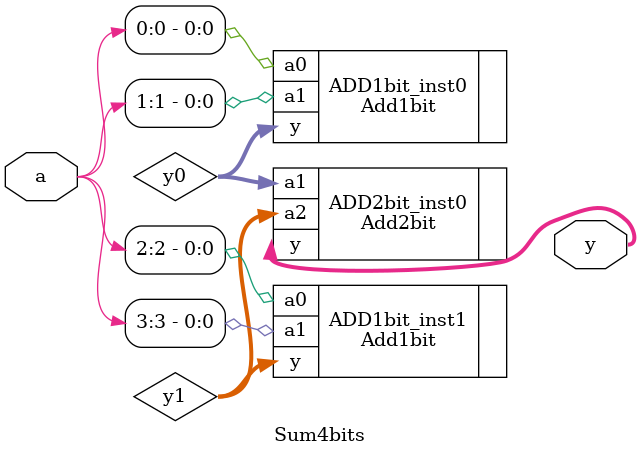
<source format=v>
`timescale 1ns / 1ps


module Sum4bits(
    input [3:0] a,
    output [2:0] y
    );
    
    wire [1:0]y0;
    wire [1:0]y1;
    
Add1bit ADD1bit_inst0(
        .a0(a[0]),
        .a1(a[1]),
        .y(y0)    // 2bit out
 );   
Add1bit ADD1bit_inst1(
        .a0(a[2]),
        .a1(a[3]),
        .y(y1)    // 2bit out
 );
 
Add2bit ADD2bit_inst0(
     .a1(y0),
     .a2(y1),
     .y(y)   // 3bit out
);   

endmodule

</source>
